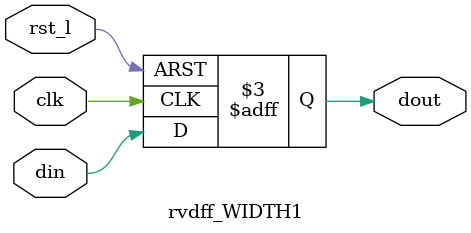
<source format=v>
module rvdff_WIDTH1
(
  din,
  clk,
  rst_l,
  dout
);

  input [0:0] din;
  output [0:0] dout;
  input clk;
  input rst_l;
  wire N0;
  reg [0:0] dout;

  always @(posedge clk or posedge N0) begin
    if(N0) begin
      dout[0] <= 1'b0;
    end else if(1'b1) begin
      dout[0] <= din[0];
    end
  end

  assign N0 = ~rst_l;

endmodule
</source>
